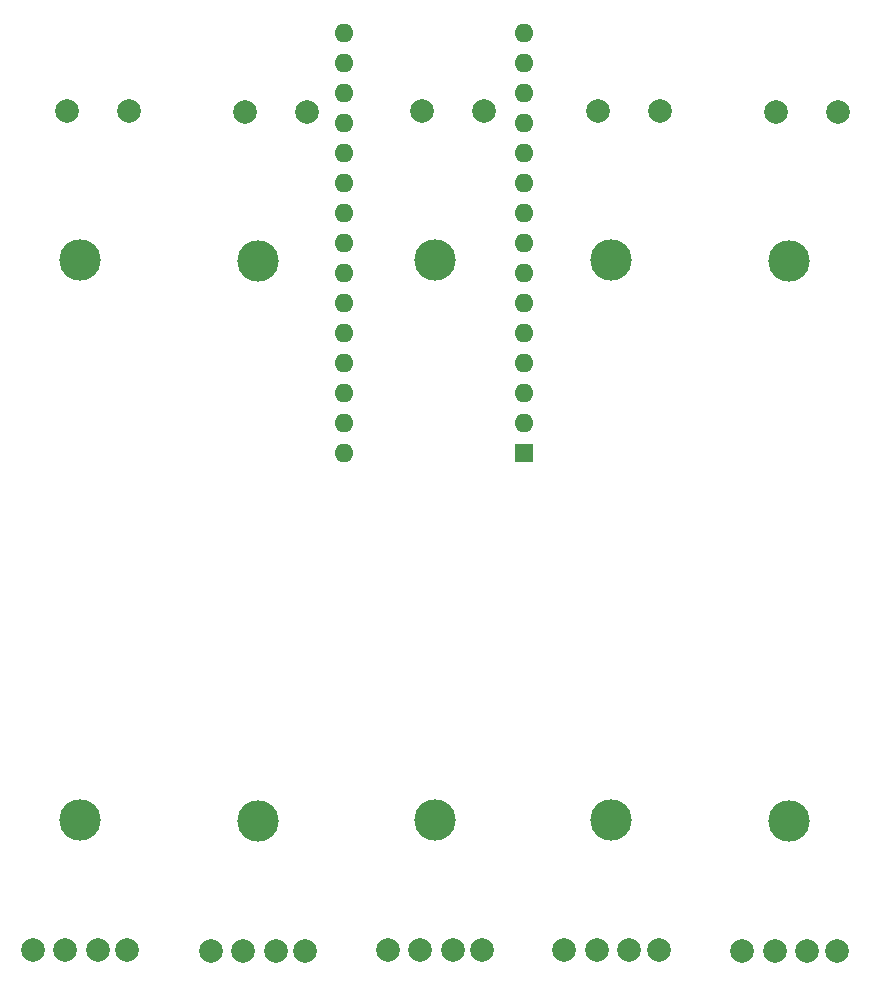
<source format=gbs>
%TF.GenerationSoftware,KiCad,Pcbnew,8.0.0*%
%TF.CreationDate,2024-07-04T13:53:23+02:00*%
%TF.ProjectId,Audio-Controller V2.0,41756469-6f2d-4436-9f6e-74726f6c6c65,rev?*%
%TF.SameCoordinates,Original*%
%TF.FileFunction,Soldermask,Bot*%
%TF.FilePolarity,Negative*%
%FSLAX46Y46*%
G04 Gerber Fmt 4.6, Leading zero omitted, Abs format (unit mm)*
G04 Created by KiCad (PCBNEW 8.0.0) date 2024-07-04 13:53:23*
%MOMM*%
%LPD*%
G01*
G04 APERTURE LIST*
%ADD10C,2.000000*%
%ADD11C,3.500000*%
%ADD12R,1.600000X1.600000*%
%ADD13O,1.600000X1.600000*%
G04 APERTURE END LIST*
D10*
%TO.C,Double_Slider_Potentiometer5*%
X110500000Y-98000000D03*
X113262000Y-98000000D03*
X116024000Y-98000000D03*
X118500000Y-98000000D03*
X113388000Y-27000000D03*
X118650000Y-27000000D03*
D11*
X114500000Y-87000000D03*
X114500000Y-39600000D03*
%TD*%
D12*
%TO.C,A1*%
X92000000Y-55860000D03*
D13*
X92000000Y-53320000D03*
X92000000Y-50780000D03*
X92000000Y-48240000D03*
X92000000Y-45700000D03*
X92000000Y-43160000D03*
X92000000Y-40620000D03*
X92000000Y-38080000D03*
X92000000Y-35540000D03*
X92000000Y-33000000D03*
X92000000Y-30460000D03*
X92000000Y-27920000D03*
X92000000Y-25380000D03*
X92000000Y-22840000D03*
X92000000Y-20300000D03*
X76760000Y-20300000D03*
X76760000Y-22840000D03*
X76760000Y-25380000D03*
X76760000Y-27920000D03*
X76760000Y-30460000D03*
X76760000Y-33000000D03*
X76760000Y-35540000D03*
X76760000Y-38080000D03*
X76760000Y-40620000D03*
X76760000Y-43160000D03*
X76760000Y-45700000D03*
X76760000Y-48240000D03*
X76760000Y-50780000D03*
X76760000Y-53320000D03*
X76760000Y-55860000D03*
%TD*%
D10*
%TO.C,Double_Slider_Potentiometer2*%
X65500000Y-98000000D03*
X68262000Y-98000000D03*
X71024000Y-98000000D03*
X73500000Y-98000000D03*
X68388000Y-27000000D03*
X73650000Y-27000000D03*
D11*
X69500000Y-87000000D03*
X69500000Y-39600000D03*
%TD*%
D10*
%TO.C,Double_Slider_Potentiometer1*%
X50425000Y-97900000D03*
X53187000Y-97900000D03*
X55949000Y-97900000D03*
X58425000Y-97900000D03*
X53313000Y-26900000D03*
X58575000Y-26900000D03*
D11*
X54425000Y-86900000D03*
X54425000Y-39500000D03*
%TD*%
D10*
%TO.C,Double_Slider_Potentiometer4*%
X95425000Y-97900000D03*
X98187000Y-97900000D03*
X100949000Y-97900000D03*
X103425000Y-97900000D03*
X98313000Y-26900000D03*
X103575000Y-26900000D03*
D11*
X99425000Y-86900000D03*
X99425000Y-39500000D03*
%TD*%
D10*
%TO.C,Double_Slider_Potentiometer3*%
X80500000Y-97900000D03*
X83262000Y-97900000D03*
X86024000Y-97900000D03*
X88500000Y-97900000D03*
X83388000Y-26900000D03*
X88650000Y-26900000D03*
D11*
X84500000Y-86900000D03*
X84500000Y-39500000D03*
%TD*%
M02*

</source>
